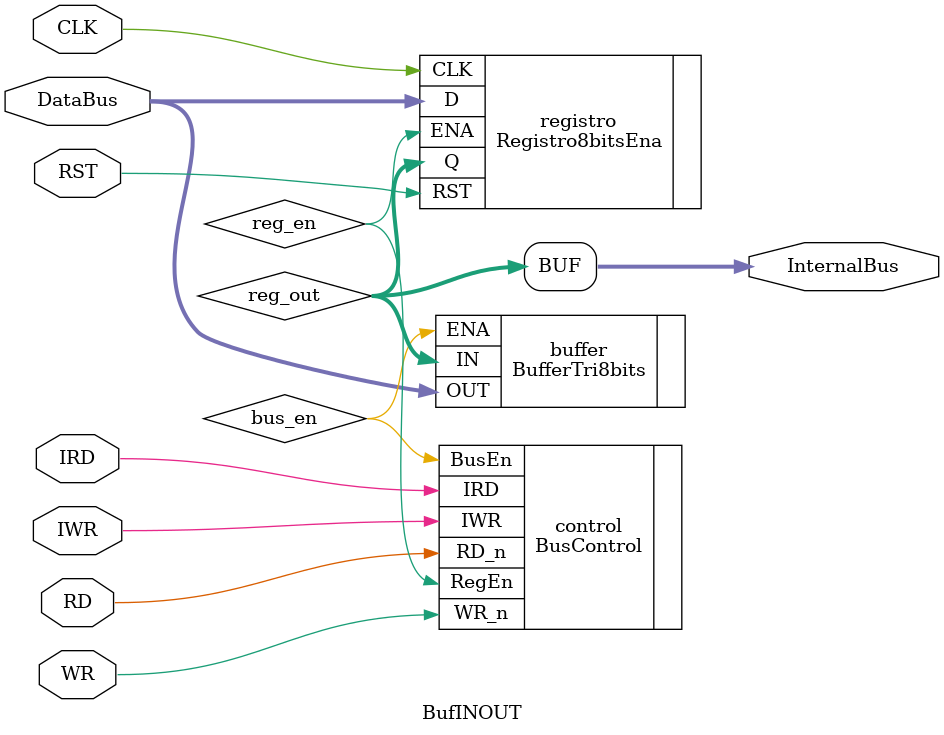
<source format=v>
`timescale 1ns / 1ps
module BufINOUT (
    input wire CLK,
    input wire RST,
    input wire IWR,      // Control escritura interno
    input wire IRD,      // Control lectura interno
    input wire WR,     // Señal escritura (activo bajo)
    input wire RD,     // Señal lectura (activo bajo)
    inout wire [7:0] DataBus,
    output wire [7:0] InternalBus
);

    wire [7:0] reg_out;
    wire reg_en, bus_en;

    // Instanciación de módulos
    BusControl control (
        .WR_n(WR),
        .RD_n(RD),
        .IWR(IWR),
        .IRD(IRD),
        .RegEn(reg_en),
        .BusEn(bus_en)
    );

    Registro8bitsEna registro (
        .CLK(CLK),
        .RST(RST),
        .ENA(reg_en),
        .D(DataBus),
        .Q(reg_out)
    );

    BufferTri8bits buffer (
        .IN(reg_out),
        .ENA(bus_en),
        .OUT(DataBus)
    );

    
    assign InternalBus = reg_out;

endmodule

</source>
